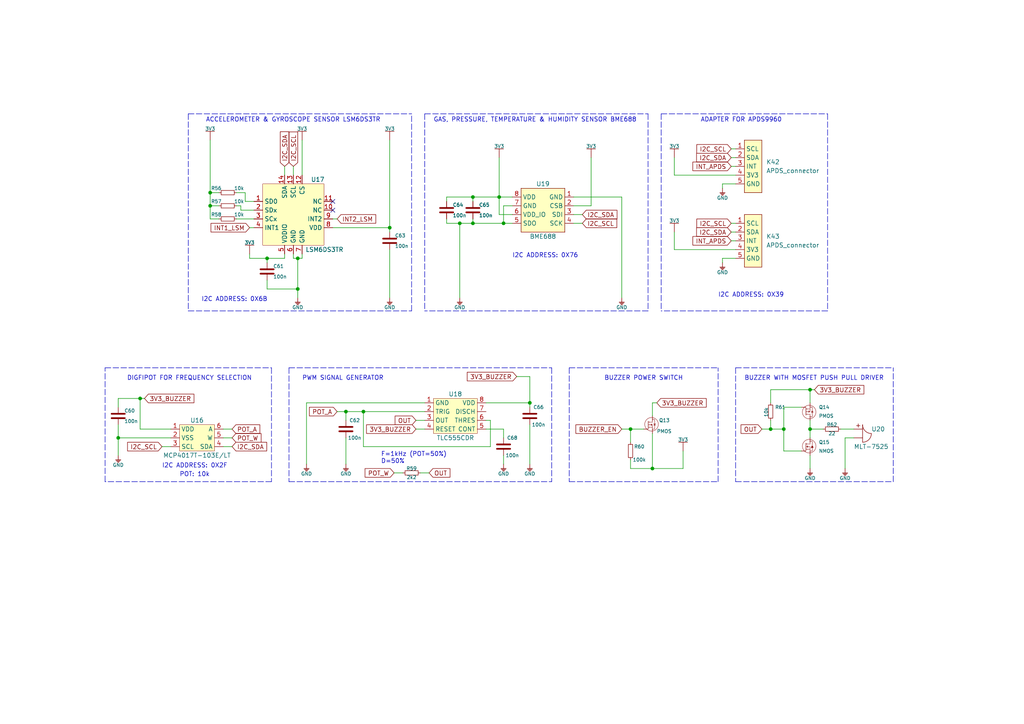
<source format=kicad_sch>
(kicad_sch (version 20211123) (generator eeschema)
  (paper "A4")
  (title_block (title "Soldered Inkplate 4 TEMPERA with glass panel") (date "2023-11-13") (rev "V1.2.0.") (company "SOLDERED") (comment 1 "333308"))
  (lib_symbols
    (symbol "e-radionica.com schematics:0603C" (pin_numbers hide) (pin_names (offset 0.002))
      (property "Reference" "C" (at 0 3.81 0))
      (property "Value" "0603C" (at 0 -3.175 0))
      (symbol "0603C_0_1"
        (polyline (pts (xy -0.635 1.905) (xy -0.635 -1.905)) (stroke (width 0.5)))
        (polyline (pts (xy 0.635 1.905) (xy 0.635 -1.905)) (stroke (width 0.5)))
      )
      (symbol "0603C_1_1"
        (pin passive line (at -2.54 0 0) (length 1.9) (name "~") (number "1"))
        (pin passive line (at 2.54 0 180) (length 1.9) (name "~") (number "2"))
      )
    )
    (symbol "e-radionica.com schematics:0603R" (pin_numbers hide) (pin_names (offset 0.254))
      (property "Reference" "R" (at 0 1.27 0))
      (property "Value" "0603R" (at 0 -1.905 0))
      (symbol "0603R_0_1"
        (rectangle (start -1.905 0.635) (end 1.905 -0.635) (stroke (width 0.15)))
      )
      (symbol "0603R_1_1"
        (pin passive line (at -2.54 0 0) (length 0.63) (name "~") (number "1"))
        (pin passive line (at 2.54 0 180) (length 0.63) (name "~") (number "2"))
      )
    )
    (symbol "e-radionica.com schematics:3V3" (power) (pin_names (offset 0))
      (property "Value" "3V3" (at 0 3.556 0))
      (symbol "3V3_0_1"
        (polyline (pts (xy -1.27 2.54) (xy 1.27 2.54)) (stroke (width 0.16)))
        (polyline (pts (xy 0 0) (xy 0 2.54)))
      )
      (symbol "3V3_1_1"
        (pin power_in line (at 0 0 90) (length 0) hide (name "3V3") (number "1"))
      )
    )
    (symbol "e-radionica.com schematics:APDS_connector"
      (property "Reference" "K" (at 0 -8.89 0))
      (property "Value" "APDS_connector" (at 0 8.89 0))
      (symbol "APDS_connector_0_1"
        (rectangle (start -2.54 7.62) (end 2.54 -7.62) (fill (type background)))
      )
      (symbol "APDS_connector_1_1"
        (pin input line (at -5.08 5.08 0) (length 2.54) (name "SCL") (number "1"))
        (pin input line (at -5.08 2.54 0) (length 2.54) (name "SDA") (number "2"))
        (pin input line (at -5.08 0 0) (length 2.54) (name "INT") (number "3"))
        (pin input line (at -5.08 -2.54 0) (length 2.54) (name "3V3") (number "4"))
        (pin input line (at -5.08 -5.08 0) (length 2.54) (name "GND") (number "5"))
      )
    )
    (symbol "e-radionica.com schematics:BME688"
      (property "Reference" "U" (at 0 6.35 0))
      (property "Value" "BME688" (at 0 -8.89 0))
      (symbol "BME688_0_1"
        (rectangle (start -6.35 5.08) (end 6.35 -7.62) (fill (type background)))
        (rectangle (start 6.35 -7.62) (end 6.35 -7.62))
      )
      (symbol "BME688_1_1"
        (pin passive line (at 8.89 2.54 180) (length 2.54) (name "GND") (number "1"))
        (pin passive line (at 8.89 0 180) (length 2.54) (name "CSB") (number "2"))
        (pin passive line (at 8.89 -2.54 180) (length 2.54) (name "SDI") (number "3"))
        (pin passive line (at 8.89 -5.08 180) (length 2.54) (name "SCK") (number "4"))
        (pin passive line (at -8.89 -5.08 0) (length 2.54) (name "SDO") (number "5"))
        (pin passive line (at -8.89 -2.54 0) (length 2.54) (name "VDD_IO") (number "6"))
        (pin passive line (at -8.89 0 0) (length 2.54) (name "GND") (number "7"))
        (pin passive line (at -8.89 2.54 0) (length 2.54) (name "VDD") (number "8"))
      )
    )
    (symbol "e-radionica.com schematics:GND" (power) (pin_names (offset 0))
      (property "Value" "GND" (at 0 -2.921 0))
      (symbol "GND_0_1"
        (polyline (pts (xy -0.762 -1.27) (xy 0.762 -1.27)) (stroke (width 0.16)))
        (polyline (pts (xy -0.635 -1.524) (xy 0.635 -1.524)) (stroke (width 0.16)))
        (polyline (pts (xy -0.381 -1.778) (xy 0.381 -1.778)) (stroke (width 0.16)))
        (polyline (pts (xy -0.127 -2.032) (xy 0.127 -2.032)) (stroke (width 0.16)))
        (polyline (pts (xy 0 0) (xy 0 -1.27)) (stroke (width 0.16)))
      )
      (symbol "GND_1_1"
        (pin power_in line (at 0 0 270) (length 0) hide (name "GND") (number "1"))
      )
    )
    (symbol "e-radionica.com schematics:LSM6DSO32TR"
      (property "Reference" "U" (at 0 0 0))
      (property "Value" "LSM6DSO32TR" (at 0 -16.51 0))
      (symbol "LSM6DSO32TR_0_1"
        (rectangle (start -8.89 8.89) (end 8.89 -8.89) (stroke (width 0.1)) (fill (type background)))
      )
      (symbol "LSM6DSO32TR_1_1"
        (pin input line (at -11.43 3.81 0) (length 2.54) (name "SD0") (number "1"))
        (pin input line (at 11.43 1.27 180) (length 2.54) (name "NC") (number "10"))
        (pin input line (at 11.43 3.81 180) (length 2.54) (name "NC") (number "11"))
        (pin input line (at 2.54 11.43 270) (length 2.54) (name "CS") (number "12"))
        (pin input line (at 0 11.43 270) (length 2.54) (name "SCL") (number "13"))
        (pin input line (at -2.54 11.43 270) (length 2.54) (name "SDA") (number "14"))
        (pin input line (at -11.43 1.27 0) (length 2.54) (name "SDx") (number "2"))
        (pin input line (at -11.43 -1.27 0) (length 2.54) (name "SCx") (number "3"))
        (pin input line (at -11.43 -3.81 0) (length 2.54) (name "INT1") (number "4"))
        (pin input line (at -2.54 -11.43 90) (length 2.54) (name "VDDIO") (number "5"))
        (pin input line (at 0 -11.43 90) (length 2.54) (name "GND") (number "6"))
        (pin input line (at 2.54 -11.43 90) (length 2.54) (name "GND") (number "7"))
        (pin input line (at 11.43 -3.81 180) (length 2.54) (name "VDD") (number "8"))
        (pin input line (at 11.43 -1.27 180) (length 2.54) (name "INT2") (number "9"))
      )
    )
    (symbol "e-radionica.com schematics:MCP4018"
      (property "Reference" "U" (at 0 5.08 0))
      (property "Value" "MCP4018" (at 0 -5.08 0))
      (symbol "MCP4018_0_1"
        (rectangle (start -5.08 3.81) (end 5.08 -3.81) (stroke (width 0.1)) (fill (type background)))
      )
      (symbol "MCP4018_1_1"
        (pin power_in line (at -7.62 2.54 0) (length 2.54) (name "VDD") (number "1"))
        (pin power_in line (at -7.62 0 0) (length 2.54) (name "VSS") (number "2"))
        (pin bidirectional line (at -7.62 -2.54 0) (length 2.54) (name "SCL") (number "3"))
        (pin bidirectional line (at 7.62 -2.54 180) (length 2.54) (name "SDA") (number "4"))
        (pin bidirectional line (at 7.62 0 180) (length 2.54) (name "W") (number "5"))
        (pin bidirectional line (at 7.62 2.54 180) (length 2.54) (name "A") (number "6"))
      )
    )
    (symbol "e-radionica.com schematics:MLT-7525" (pin_numbers hide) (pin_names hide)
      (property "Reference" "U" (at 0 3.81 0))
      (property "Value" "MLT-7525" (at 0 -3.81 0))
      (symbol "MLT-7525_0_1"
        (arc (start 0 -2.54) (mid 1.7961 -1.7961) (end 2.54 0))
        (polyline (pts (xy -1.27 2.794) (xy -1.27 1.778)))
        (polyline (pts (xy -0.762 2.286) (xy -1.778 2.286)))
        (polyline (pts (xy 0 -2.54) (xy 0 2.54)))
        (arc (start 0 2.54) (mid -1.7809 -1.7809) (end 2.54 0))
      )
      (symbol "MLT-7525_1_1"
        (pin passive line (at -2.54 1.27 0) (length 2.54) (name "1") (number "1"))
        (pin passive line (at -2.54 -1.27 0) (length 2.54) (name "2") (number "2"))
      )
    )
    (symbol "e-radionica.com schematics:NMOS-SOT-23-3" (pin_numbers hide) (pin_names hide)
      (property "Reference" "Q" (at -1.143 2.921 0))
      (property "Value" "NMOS-SOT-23-3" (at 1.524 -3.937 0))
      (symbol "NMOS-SOT-23-3_0_1"
        (polyline (pts (xy 0 -1.27) (xy 0 1.016)) (stroke (width 0.1)))
        (polyline (pts (xy 0.254 -1.016) (xy 0.254 -0.508)) (stroke (width 0.1)))
        (polyline (pts (xy 0.254 -0.762) (xy 1.27 -0.762)) (stroke (width 0.1)))
        (polyline (pts (xy 0.254 -0.254) (xy 0.254 0.254)) (stroke (width 0.1)))
        (polyline (pts (xy 0.254 0.762) (xy 1.27 0.762)) (stroke (width 0.1)))
        (polyline (pts (xy 0.254 1.016) (xy 0.254 0.508)) (stroke (width 0.1)))
        (polyline (pts (xy 1.27 -1.27) (xy 1.27 -0.762)) (stroke (width 0.1)))
        (polyline (pts (xy 1.27 0.762) (xy 1.27 1.27)) (stroke (width 0.1)))
        (polyline (pts (xy 1.651 -0.254) (xy 1.905 0.127)) (stroke (width 0.2)))
        (polyline (pts (xy 1.651 0.127) (xy 2.159 0.127)) (stroke (width 0.0006)))
        (polyline (pts (xy 0.254 0) (xy 1.27 0) (xy 1.27 -0.762)) (stroke (width 0.1)))
        (polyline (pts (xy 1.651 -0.254) (xy 2.159 -0.254) (xy 1.905 0.127)) (stroke (width 0.2)))
        (polyline (pts (xy 0.381 0) (xy 0.635 0.254) (xy 0.635 -0.254) (xy 0.381 0)) (stroke (width 0.1)))
        (polyline (pts (xy 1.27 -1.27) (xy 1.905 -1.27) (xy 1.905 1.524) (xy 1.27 1.524)) (stroke (width 0.1)))
        (circle (center 1.016 0.127) (radius 1.9716) (stroke (width 0.1)))
      )
      (symbol "NMOS-SOT-23-3_1_1"
        (pin passive line (at -1.27 -1.27 0) (length 1.27) (name "G") (number "1"))
        (pin passive line (at 1.27 -2.54 90) (length 1.27) (name "S") (number "2"))
        (pin passive line (at 1.27 2.54 270) (length 1.27) (name "D") (number "3"))
      )
    )
    (symbol "e-radionica.com schematics:PMOS-SOT-23-3" (pin_numbers hide) (pin_names hide)
      (property "Reference" "Q" (at -1.27 2.54 0))
      (property "Value" "PMOS-SOT-23-3" (at 0.381 -4.064 0))
      (symbol "PMOS-SOT-23-3_0_1"
        (polyline (pts (xy 0 -1.27) (xy 0 1.016)) (stroke (width 0.1)))
        (polyline (pts (xy 0.254 -1.016) (xy 0.254 -0.508)) (stroke (width 0.1)))
        (polyline (pts (xy 0.254 -0.762) (xy 1.27 -0.762)) (stroke (width 0.1)))
        (polyline (pts (xy 0.254 -0.254) (xy 0.254 0.254)) (stroke (width 0.1)))
        (polyline (pts (xy 0.254 0.762) (xy 1.27 0.762)) (stroke (width 0.1)))
        (polyline (pts (xy 0.254 1.016) (xy 0.254 0.508)) (stroke (width 0.1)))
        (polyline (pts (xy 1.27 -1.27) (xy 1.27 -0.762)) (stroke (width 0.1)))
        (polyline (pts (xy 1.27 0.762) (xy 1.27 1.27)) (stroke (width 0.1)))
        (polyline (pts (xy 2.159 -0.127) (xy 1.651 -0.127)) (stroke (width 0.1)))
        (polyline (pts (xy 2.159 0.254) (xy 1.905 -0.127)) (stroke (width 0.1)))
        (polyline (pts (xy 0.254 0) (xy 1.27 0) (xy 1.27 -0.762)) (stroke (width 0.1)))
        (polyline (pts (xy 2.159 0.254) (xy 1.651 0.254) (xy 1.905 -0.127)) (stroke (width 0.1)))
        (polyline (pts (xy 1.143 0) (xy 0.889 -0.254) (xy 0.889 0.254) (xy 1.143 0)) (stroke (width 0.1)))
        (polyline (pts (xy 1.27 -1.27) (xy 1.905 -1.27) (xy 1.905 1.524) (xy 1.27 1.524)) (stroke (width 0.1)))
        (circle (center 1.016 0.127) (radius 1.9716) (stroke (width 0.1)))
      )
      (symbol "PMOS-SOT-23-3_1_1"
        (pin passive line (at -1.27 -1.27 0) (length 1.27) (name "G") (number "1"))
        (pin passive line (at 1.27 -2.54 90) (length 1.27) (name "S") (number "2"))
        (pin passive line (at 1.27 2.54 270) (length 1.27) (name "D") (number "3"))
      )
    )
    (symbol "e-radionica.com schematics:TLC555"
      (property "Reference" "U" (at 0 6.35 0))
      (property "Value" "TLC555" (at 0 -6.35 0))
      (symbol "TLC555_0_1"
        (rectangle (start -6.35 5.08) (end 6.35 -5.08) (stroke (width 0.1)) (fill (type background)))
      )
      (symbol "TLC555_1_1"
        (pin input line (at -8.89 3.81 0) (length 2.54) (name "GND") (number "1"))
        (pin input line (at -8.89 1.27 0) (length 2.54) (name "TRIG") (number "2"))
        (pin input line (at -8.89 -1.27 0) (length 2.54) (name "OUT") (number "3"))
        (pin input line (at -8.89 -3.81 0) (length 2.54) (name "RESET") (number "4"))
        (pin input line (at 8.89 -3.81 180) (length 2.54) (name "CONT") (number "5"))
        (pin input line (at 8.89 -1.27 180) (length 2.54) (name "THRES") (number "6"))
        (pin input line (at 8.89 1.27 180) (length 2.54) (name "DISCH") (number "7"))
        (pin input line (at 8.89 3.81 180) (length 2.54) (name "VDD") (number "8"))
      )
    )
  )
  (junction (at 137.16 64.77))
  (junction (at 182.88 124.46))
  (junction (at 113.03 66.04))
  (junction (at 86.36 74.93))
  (junction (at 34.29 127))
  (junction (at 105.41 119.38))
  (junction (at 144.78 57.15))
  (junction (at 77.47 74.93))
  (junction (at 227.33 124.46))
  (junction (at 60.96 59.69))
  (junction (at 234.95 113.03))
  (junction (at 86.36 83.82))
  (junction (at 60.96 55.88))
  (junction (at 40.64 115.57))
  (junction (at 100.33 119.38))
  (junction (at 133.35 64.77))
  (junction (at 137.16 57.15))
  (junction (at 146.05 64.77))
  (junction (at 153.67 116.84))
  (junction (at 234.95 124.46))
  (junction (at 223.52 124.46))
  (junction (at 189.23 135.89))
  (no_connect (at 96.52 60.96))
  (no_connect (at 96.52 58.42))
  (polyline (pts (xy 78.74 139.7) (xy 30.48 139.7)))
  (wire (pts (xy 144.78 57.15) (xy 148.59 57.15)))
  (wire (pts (xy 72.39 74.93) (xy 77.47 74.93)))
  (wire (pts (xy 86.36 83.82) (xy 86.36 74.93)))
  (wire (pts (xy 232.41 118.11) (xy 227.33 118.11)))
  (wire (pts (xy 97.79 63.5) (xy 96.52 63.5)))
  (wire (pts (xy 149.86 109.22) (xy 153.67 109.22)))
  (wire (pts (xy 60.96 59.69) (xy 63.5 59.69)))
  (wire (pts (xy 146.05 127) (xy 146.05 124.46)))
  (wire (pts (xy 243.84 124.46) (xy 247.65 124.46)))
  (wire (pts (xy 234.95 132.08) (xy 234.95 135.89)))
  (wire (pts (xy 146.05 64.77) (xy 137.16 64.77)))
  (polyline (pts (xy 78.74 106.68) (xy 78.74 139.7)))
  (wire (pts (xy 137.16 63.5) (xy 137.16 64.77)))
  (wire (pts (xy 195.58 45.72) (xy 195.58 50.8)))
  (wire (pts (xy 85.09 73.66) (xy 85.09 74.93)))
  (wire (pts (xy 97.79 119.38) (xy 100.33 119.38)))
  (wire (pts (xy 82.55 48.26) (xy 82.55 50.8)))
  (polyline (pts (xy 191.77 33.02) (xy 240.03 33.02)))
  (wire (pts (xy 60.96 59.69) (xy 60.96 63.5)))
  (wire (pts (xy 189.23 125.73) (xy 189.23 135.89)))
  (wire (pts (xy 120.65 124.46) (xy 123.19 124.46)))
  (wire (pts (xy 227.33 118.11) (xy 227.33 124.46)))
  (wire (pts (xy 129.54 63.5) (xy 129.54 64.77)))
  (wire (pts (xy 100.33 119.38) (xy 105.41 119.38)))
  (wire (pts (xy 195.58 50.8) (xy 213.36 50.8)))
  (wire (pts (xy 234.95 124.46) (xy 238.76 124.46)))
  (polyline (pts (xy 83.82 106.68) (xy 160.02 106.68)))
  (polyline (pts (xy 123.19 33.02) (xy 123.19 90.17)))
  (wire (pts (xy 142.24 129.54) (xy 105.41 129.54)))
  (wire (pts (xy 180.34 57.15) (xy 180.34 86.36)))
  (wire (pts (xy 71.12 58.42) (xy 73.66 58.42)))
  (wire (pts (xy 34.29 127) (xy 49.53 127)))
  (wire (pts (xy 137.16 64.77) (xy 133.35 64.77)))
  (wire (pts (xy 198.12 135.89) (xy 198.12 130.81)))
  (wire (pts (xy 85.09 48.26) (xy 85.09 50.8)))
  (wire (pts (xy 140.97 121.92) (xy 142.24 121.92)))
  (polyline (pts (xy 240.03 33.02) (xy 240.03 90.17)))
  (polyline (pts (xy 83.82 106.68) (xy 83.82 139.7)))
  (wire (pts (xy 195.58 67.31) (xy 195.58 72.39)))
  (wire (pts (xy 113.03 67.31) (xy 113.03 66.04)))
  (wire (pts (xy 212.09 45.72) (xy 213.36 45.72)))
  (wire (pts (xy 227.33 124.46) (xy 227.33 130.81)))
  (wire (pts (xy 86.36 74.93) (xy 87.63 74.93)))
  (wire (pts (xy 144.78 57.15) (xy 144.78 45.72)))
  (wire (pts (xy 148.59 62.23) (xy 144.78 62.23)))
  (wire (pts (xy 64.77 124.46) (xy 67.31 124.46)))
  (wire (pts (xy 129.54 64.77) (xy 133.35 64.77)))
  (wire (pts (xy 182.88 124.46) (xy 186.69 124.46)))
  (wire (pts (xy 209.55 53.34) (xy 213.36 53.34)))
  (wire (pts (xy 64.77 129.54) (xy 67.31 129.54)))
  (wire (pts (xy 113.03 72.39) (xy 113.03 86.36)))
  (wire (pts (xy 234.95 121.92) (xy 234.95 124.46)))
  (wire (pts (xy 234.95 124.46) (xy 234.95 127)))
  (polyline (pts (xy 187.96 90.17) (xy 123.19 90.17)))
  (wire (pts (xy 69.85 60.96) (xy 69.85 59.69)))
  (wire (pts (xy 212.09 64.77) (xy 213.36 64.77)))
  (polyline (pts (xy 165.1 106.68) (xy 165.1 139.7)))
  (wire (pts (xy 114.3 137.16) (xy 116.84 137.16)))
  (polyline (pts (xy 54.61 33.02) (xy 54.61 90.17)))
  (wire (pts (xy 247.65 127) (xy 245.11 127)))
  (wire (pts (xy 144.78 62.23) (xy 144.78 57.15)))
  (wire (pts (xy 234.95 113.03) (xy 234.95 116.84)))
  (wire (pts (xy 182.88 133.35) (xy 182.88 135.89)))
  (polyline (pts (xy 213.36 106.68) (xy 259.08 106.68)))
  (polyline (pts (xy 83.82 139.7) (xy 160.02 139.7)))
  (wire (pts (xy 142.24 121.92) (xy 142.24 129.54)))
  (wire (pts (xy 137.16 57.15) (xy 144.78 57.15)))
  (wire (pts (xy 60.96 55.88) (xy 60.96 59.69)))
  (wire (pts (xy 148.59 64.77) (xy 146.05 64.77)))
  (wire (pts (xy 96.52 66.04) (xy 113.03 66.04)))
  (wire (pts (xy 85.09 74.93) (xy 86.36 74.93)))
  (polyline (pts (xy 30.48 106.68) (xy 78.74 106.68)))
  (wire (pts (xy 72.39 66.04) (xy 73.66 66.04)))
  (wire (pts (xy 121.92 137.16) (xy 124.46 137.16)))
  (wire (pts (xy 82.55 74.93) (xy 82.55 73.66)))
  (polyline (pts (xy 160.02 106.68) (xy 160.02 139.7)))
  (wire (pts (xy 71.12 55.88) (xy 68.58 55.88)))
  (polyline (pts (xy 123.19 33.02) (xy 187.96 33.02)))
  (polyline (pts (xy 165.1 106.68) (xy 208.28 106.68)))
  (wire (pts (xy 100.33 121.92) (xy 100.33 119.38)))
  (wire (pts (xy 182.88 124.46) (xy 182.88 128.27)))
  (wire (pts (xy 113.03 40.64) (xy 113.03 66.04)))
  (wire (pts (xy 153.67 118.11) (xy 153.67 116.84)))
  (wire (pts (xy 189.23 120.65) (xy 189.23 116.84)))
  (wire (pts (xy 212.09 69.85) (xy 213.36 69.85)))
  (wire (pts (xy 223.52 121.92) (xy 223.52 124.46)))
  (wire (pts (xy 77.47 81.28) (xy 77.47 83.82)))
  (wire (pts (xy 88.9 116.84) (xy 88.9 134.62)))
  (wire (pts (xy 223.52 113.03) (xy 234.95 113.03)))
  (polyline (pts (xy 30.48 139.7) (xy 30.48 106.68)))
  (wire (pts (xy 40.64 124.46) (xy 49.53 124.46)))
  (wire (pts (xy 100.33 127) (xy 100.33 134.62)))
  (wire (pts (xy 166.37 62.23) (xy 168.91 62.23)))
  (wire (pts (xy 209.55 54.61) (xy 209.55 53.34)))
  (wire (pts (xy 223.52 124.46) (xy 227.33 124.46)))
  (wire (pts (xy 64.77 127) (xy 67.31 127)))
  (wire (pts (xy 77.47 83.82) (xy 86.36 83.82)))
  (wire (pts (xy 189.23 135.89) (xy 198.12 135.89)))
  (wire (pts (xy 195.58 72.39) (xy 213.36 72.39)))
  (wire (pts (xy 129.54 58.42) (xy 129.54 57.15)))
  (wire (pts (xy 223.52 116.84) (xy 223.52 113.03)))
  (polyline (pts (xy 259.08 139.7) (xy 259.08 106.68)))
  (wire (pts (xy 166.37 57.15) (xy 180.34 57.15)))
  (wire (pts (xy 146.05 132.08) (xy 146.05 134.62)))
  (wire (pts (xy 105.41 119.38) (xy 123.19 119.38)))
  (polyline (pts (xy 187.96 33.02) (xy 187.96 90.17)))
  (wire (pts (xy 68.58 63.5) (xy 73.66 63.5)))
  (wire (pts (xy 34.29 115.57) (xy 40.64 115.57)))
  (polyline (pts (xy 191.77 33.02) (xy 191.77 90.17)))
  (wire (pts (xy 245.11 127) (xy 245.11 135.89)))
  (wire (pts (xy 87.63 40.64) (xy 87.63 50.8)))
  (wire (pts (xy 209.55 76.2) (xy 209.55 74.93)))
  (wire (pts (xy 86.36 86.36) (xy 86.36 83.82)))
  (wire (pts (xy 182.88 135.89) (xy 189.23 135.89)))
  (wire (pts (xy 171.45 59.69) (xy 171.45 45.72)))
  (polyline (pts (xy 54.61 90.17) (xy 119.38 90.17)))
  (wire (pts (xy 166.37 64.77) (xy 168.91 64.77)))
  (wire (pts (xy 137.16 58.42) (xy 137.16 57.15)))
  (wire (pts (xy 69.85 59.69) (xy 68.58 59.69)))
  (wire (pts (xy 77.47 74.93) (xy 77.47 76.2)))
  (wire (pts (xy 146.05 59.69) (xy 146.05 64.77)))
  (wire (pts (xy 88.9 116.84) (xy 123.19 116.84)))
  (polyline (pts (xy 54.61 33.02) (xy 119.38 33.02)))
  (wire (pts (xy 227.33 130.81) (xy 232.41 130.81)))
  (polyline (pts (xy 240.03 90.17) (xy 191.77 90.17)))
  (wire (pts (xy 34.29 115.57) (xy 34.29 118.11)))
  (wire (pts (xy 71.12 58.42) (xy 71.12 55.88)))
  (polyline (pts (xy 208.28 139.7) (xy 208.28 106.68)))
  (wire (pts (xy 180.34 124.46) (xy 182.88 124.46)))
  (wire (pts (xy 212.09 48.26) (xy 213.36 48.26)))
  (wire (pts (xy 77.47 74.93) (xy 82.55 74.93)))
  (wire (pts (xy 212.09 67.31) (xy 213.36 67.31)))
  (wire (pts (xy 60.96 55.88) (xy 63.5 55.88)))
  (wire (pts (xy 220.98 124.46) (xy 223.52 124.46)))
  (wire (pts (xy 209.55 74.93) (xy 213.36 74.93)))
  (wire (pts (xy 212.09 43.18) (xy 213.36 43.18)))
  (wire (pts (xy 46.99 129.54) (xy 49.53 129.54)))
  (wire (pts (xy 72.39 73.66) (xy 72.39 74.93)))
  (wire (pts (xy 87.63 74.93) (xy 87.63 73.66)))
  (wire (pts (xy 166.37 59.69) (xy 171.45 59.69)))
  (wire (pts (xy 63.5 63.5) (xy 60.96 63.5)))
  (wire (pts (xy 236.22 113.03) (xy 234.95 113.03)))
  (wire (pts (xy 133.35 64.77) (xy 133.35 86.36)))
  (wire (pts (xy 189.23 116.84) (xy 190.5 116.84)))
  (wire (pts (xy 41.91 115.57) (xy 40.64 115.57)))
  (wire (pts (xy 34.29 127) (xy 34.29 132.08)))
  (wire (pts (xy 146.05 124.46) (xy 140.97 124.46)))
  (polyline (pts (xy 119.38 90.17) (xy 119.38 33.02)))
  (wire (pts (xy 148.59 59.69) (xy 146.05 59.69)))
  (wire (pts (xy 140.97 116.84) (xy 153.67 116.84)))
  (wire (pts (xy 105.41 129.54) (xy 105.41 119.38)))
  (polyline (pts (xy 213.36 106.68) (xy 213.36 139.7)))
  (wire (pts (xy 153.67 123.19) (xy 153.67 134.62)))
  (wire (pts (xy 153.67 109.22) (xy 153.67 116.84)))
  (polyline (pts (xy 213.36 139.7) (xy 259.08 139.7)))
  (wire (pts (xy 129.54 57.15) (xy 137.16 57.15)))
  (wire (pts (xy 40.64 115.57) (xy 40.64 124.46)))
  (wire (pts (xy 69.85 60.96) (xy 73.66 60.96)))
  (wire (pts (xy 120.65 121.92) (xy 123.19 121.92)))
  (polyline (pts (xy 165.1 139.7) (xy 208.28 139.7)))
  (wire (pts (xy 34.29 123.19) (xy 34.29 127)))
  (wire (pts (xy 60.96 40.64) (xy 60.96 55.88)))
  (text "BUZZER POWER SWITCH" (at 175.26 110.49 0) (effects (font (size 1.27 1.27)) (justify left bottom)))
  (text "PWM SIGNAL GENERATOR" (at 87.63 110.49 0) (effects (font (size 1.27 1.27)) (justify left bottom)))
  (text "GAS, PRESSURE, TEMPERATURE & HUMIDITY SENSOR BME688\n" (at 125.73 35.56 0) (effects (font (size 1.27 1.27)) (justify left bottom)))
  (text "BUZZER WITH MOSFET PUSH PULL DRIVER" (at 215.9 110.49 0) (effects (font (size 1.27 1.27)) (justify left bottom)))
  (text "I2C ADDRESS: 0X76" (at 148.59 74.93 0) (effects (font (size 1.27 1.27)) (justify left bottom)))
  (text "POT: 10k" (at 52.07 138.43 0) (effects (font (size 1.27 1.27)) (justify left bottom)))
  (text "ACCELEROMETER & GYROSCOPE SENSOR LSM6DS3TR" (at 59.69 35.56 0) (effects (font (size 1.27 1.27)) (justify left bottom)))
  (text "I2C ADDRESS: 0X2F" (at 46.99 135.89 0) (effects (font (size 1.27 1.27)) (justify left bottom)))
  (text "I2C ADDRESS: 0X6B" (at 58.42 87.63 0) (effects (font (size 1.27 1.27)) (justify left bottom)))
  (text "I2C ADDRESS: 0X39\n" (at 208.28 86.36 0) (effects (font (size 1.27 1.27)) (justify left bottom)))
  (text "F=1kHz (POT=50%)\nD=50%" (at 110.49 134.62 0) (effects (font (size 1.27 1.27)) (justify left bottom)))
  (text "ADAPTER FOR APDS9960" (at 203.2 35.56 0) (effects (font (size 1.27 1.27)) (justify left bottom)))
  (text "DIGFIPOT FOR FREQUENCY SELECTION" (at 36.83 110.49 0) (effects (font (size 1.27 1.27)) (justify left bottom)))
  (global_label "I2C_SDA" (shape input) (at 212.09 67.31 180) (property "Intersheet References" "${INTERSHEET_REFS}" (effects hide)))
  (global_label "POT_W" (shape input) (at 67.31 127 0) (property "Intersheet References" "${INTERSHEET_REFS}" (effects hide)))
  (global_label "I2C_SDA" (shape input) (at 67.31 129.54 0) (property "Intersheet References" "${INTERSHEET_REFS}" (effects hide)))
  (global_label "3V3_BUZZER" (shape input) (at 149.86 109.22 180) (property "Intersheet References" "${INTERSHEET_REFS}" (effects hide)))
  (global_label "I2C_SDA" (shape input) (at 168.91 62.23 0) (property "Intersheet References" "${INTERSHEET_REFS}" (effects hide)))
  (global_label "BUZZER_EN" (shape input) (at 180.34 124.46 180) (property "Intersheet References" "${INTERSHEET_REFS}" (effects hide)))
  (global_label "I2C_SDA" (shape input) (at 82.55 48.26 90) (property "Intersheet References" "${INTERSHEET_REFS}" (effects hide)))
  (global_label "I2C_SCL" (shape input) (at 85.09 48.26 90) (property "Intersheet References" "${INTERSHEET_REFS}" (effects hide)))
  (global_label "3V3_BUZZER" (shape input) (at 41.91 115.57 0) (property "Intersheet References" "${INTERSHEET_REFS}" (effects hide)))
  (global_label "POT_W" (shape input) (at 114.3 137.16 180) (property "Intersheet References" "${INTERSHEET_REFS}" (effects hide)))
  (global_label "INT_APDS" (shape input) (at 212.09 48.26 180) (property "Intersheet References" "${INTERSHEET_REFS}" (effects hide)))
  (global_label "3V3_BUZZER" (shape input) (at 190.5 116.84 0) (property "Intersheet References" "${INTERSHEET_REFS}" (effects hide)))
  (global_label "I2C_SCL" (shape input) (at 212.09 43.18 180) (property "Intersheet References" "${INTERSHEET_REFS}" (effects hide)))
  (global_label "I2C_SDA" (shape input) (at 212.09 45.72 180) (property "Intersheet References" "${INTERSHEET_REFS}" (effects hide)))
  (global_label "INT_APDS" (shape input) (at 212.09 69.85 180) (property "Intersheet References" "${INTERSHEET_REFS}" (effects hide)))
  (global_label "POT_A" (shape input) (at 67.31 124.46 0) (property "Intersheet References" "${INTERSHEET_REFS}" (effects hide)))
  (global_label "OUT" (shape input) (at 220.98 124.46 180) (property "Intersheet References" "${INTERSHEET_REFS}" (effects hide)))
  (global_label "INT2_LSM" (shape input) (at 97.79 63.5 0) (property "Intersheet References" "${INTERSHEET_REFS}" (effects hide)))
  (global_label "3V3_BUZZER" (shape input) (at 120.65 124.46 180) (property "Intersheet References" "${INTERSHEET_REFS}" (effects hide)))
  (global_label "3V3_BUZZER" (shape input) (at 236.22 113.03 0) (property "Intersheet References" "${INTERSHEET_REFS}" (effects hide)))
  (global_label "INT1_LSM" (shape input) (at 72.39 66.04 180) (property "Intersheet References" "${INTERSHEET_REFS}" (effects hide)))
  (global_label "OUT" (shape input) (at 124.46 137.16 0) (property "Intersheet References" "${INTERSHEET_REFS}" (effects hide)))
  (global_label "OUT" (shape input) (at 120.65 121.92 180) (property "Intersheet References" "${INTERSHEET_REFS}" (effects hide)))
  (global_label "I2C_SCL" (shape input) (at 212.09 64.77 180) (property "Intersheet References" "${INTERSHEET_REFS}" (effects hide)))
  (global_label "I2C_SCL" (shape input) (at 46.99 129.54 180) (property "Intersheet References" "${INTERSHEET_REFS}" (effects hide)))
  (global_label "I2C_SCL" (shape input) (at 168.91 64.77 0) (property "Intersheet References" "${INTERSHEET_REFS}" (effects hide)))
  (global_label "POT_A" (shape input) (at 97.79 119.38 180) (property "Intersheet References" "${INTERSHEET_REFS}" (effects hide)))
  (symbol (lib_id "e-radionica.com schematics:GND") (at 209.55 76.2 0) (unit 1)
    (property "Reference" "#PWR0176" (effects hide))
    (property "Value" "GND" (at 209.55 78.994 0) (effects (font (size 1 1))))
  )
  (symbol (lib_id "e-radionica.com schematics:GND") (at 86.36 86.36 0) (unit 1)
    (property "Reference" "#PWR0161" (effects hide))
    (property "Value" "GND" (at 86.36 89.154 0) (effects (font (size 1 1))))
  )
  (symbol (lib_id "e-radionica.com schematics:TLC555") (at 132.08 120.65 0) (unit 1)
    (property "Reference" "U18" (at 132.08 114.3 0))
    (property "Value" "TLC555CDR" (at 132.08 127 0))
    (property "Footprint" "e-radionica.com footprinti:SOIC−8" (effects hide))
  )
  (symbol (lib_id "e-radionica.com schematics:3V3") (at 171.45 45.72 0) (unit 1)
    (property "Reference" "#PWR0170" (effects hide))
    (property "Value" "3V3" (at 171.45 42.418 0) (effects (font (size 1 1))))
  )
  (symbol (lib_id "e-radionica.com schematics:NMOS-SOT-23-3") (at 233.68 129.54 0) (unit 1)
    (property "Reference" "Q15" (at 237.49 128.27 0) (effects (font (size 1 1)) (justify left)))
    (property "Value" "NMOS" (at 237.49 130.81 0) (effects (font (size 1 1)) (justify left)))
    (property "Footprint" "e-radionica.com footprinti:SOT-23-3" (effects hide))
  )
  (symbol (lib_id "e-radionica.com schematics:GND") (at 153.67 134.62 0) (unit 1)
    (property "Reference" "#PWR0169" (effects hide))
    (property "Value" "GND" (at 153.67 137.414 0) (effects (font (size 1 1))))
  )
  (symbol (lib_id "e-radionica.com schematics:MCP4018") (at 57.15 127 0) (unit 1)
    (property "Reference" "U16" (at 57.15 121.92 0))
    (property "Value" "MCP4017T-103E/LT" (at 57.15 132.08 0))
    (property "Footprint" "e-radionica.com footprinti:SC70-6" (effects hide))
  )
  (symbol (lib_id "e-radionica.com schematics:0603C") (at 34.29 120.65 90) (unit 1)
    (property "Reference" "C60" (at 36.068 119.126 90) (effects (font (size 1 1)) (justify right)))
    (property "Value" "100n" (at 36.068 122.174 90) (effects (font (size 1 1)) (justify right)))
    (property "Footprint" "e-radionica.com footprinti:0603C" (effects hide))
  )
  (symbol (lib_id "e-radionica.com schematics:MLT-7525") (at 250.19 125.73 0) (unit 1)
    (property "Reference" "U20" (at 252.73 124.46 0) (effects (justify left)))
    (property "Value" "MLT-7525" (at 247.65 129.54 0) (effects (justify left)))
    (property "Footprint" "e-radionica.com footprinti:MLT-7525" (effects hide))
  )
  (symbol (lib_id "e-radionica.com schematics:0603C") (at 129.54 60.96 90) (unit 1)
    (property "Reference" "C64" (at 131.318 59.436 90) (effects (font (size 1 1)) (justify right)))
    (property "Value" "100n" (at 131.318 62.484 90) (effects (font (size 1 1)) (justify right)))
    (property "Footprint" "e-radionica.com footprinti:0603C" (effects hide))
  )
  (symbol (lib_id "e-radionica.com schematics:GND") (at 245.11 135.89 0) (unit 1)
    (property "Reference" "#PWR0178" (effects hide))
    (property "Value" "GND" (at 245.11 138.684 0) (effects (font (size 1 1))))
  )
  (symbol (lib_id "e-radionica.com schematics:0603C") (at 137.16 60.96 90) (unit 1)
    (property "Reference" "C65" (at 138.938 59.436 90) (effects (font (size 1 1)) (justify right)))
    (property "Value" "100n" (at 138.938 62.484 90) (effects (font (size 1 1)) (justify right)))
    (property "Footprint" "e-radionica.com footprinti:0603C" (effects hide))
  )
  (symbol (lib_id "e-radionica.com schematics:3V3") (at 113.03 40.64 0) (unit 1)
    (property "Reference" "#PWR0165" (effects hide))
    (property "Value" "3V3" (at 113.03 37.338 0) (effects (font (size 1 1))))
  )
  (symbol (lib_id "e-radionica.com schematics:0603R") (at 119.38 137.16 0) (unit 1)
    (property "Reference" "R59" (at 119.38 135.89 0) (effects (font (size 1 1))))
    (property "Value" "2k2" (at 119.38 138.43 0) (effects (font (size 1 1))))
    (property "Footprint" "e-radionica.com footprinti:0603R" (effects hide))
  )
  (symbol (lib_id "e-radionica.com schematics:PMOS-SOT-23-3") (at 187.96 123.19 0) (unit 1)
    (property "Reference" "Q13" (at 191.135 121.92 0) (effects (font (size 1 1)) (justify left)))
    (property "Value" "PMOS" (at 190.5 125.095 0) (effects (font (size 1 1)) (justify left)))
    (property "Footprint" "e-radionica.com footprinti:SOT-23-3" (effects hide))
  )
  (symbol (lib_id "e-radionica.com schematics:0603C") (at 113.03 69.85 90) (unit 1)
    (property "Reference" "C63" (at 114.554 68.326 90) (effects (font (size 1 1)) (justify right)))
    (property "Value" "100n" (at 114.554 71.374 90) (effects (font (size 1 1)) (justify right)))
    (property "Footprint" "e-radionica.com footprinti:0603C" (effects hide))
  )
  (symbol (lib_id "e-radionica.com schematics:0603R") (at 66.04 59.69 0) (unit 1)
    (property "Reference" "R57" (at 62.738 58.42 0) (effects (font (size 1 1))))
    (property "Value" "10k" (at 69.342 58.42 0) (effects (font (size 1 1))))
    (property "Footprint" "e-radionica.com footprinti:0603R" (effects hide))
  )
  (symbol (lib_id "e-radionica.com schematics:GND") (at 34.29 132.08 0) (unit 1)
    (property "Reference" "#PWR0158" (effects hide))
    (property "Value" "GND" (at 34.29 134.874 0) (effects (font (size 1 1))))
  )
  (symbol (lib_id "e-radionica.com schematics:LSM6DSO32TR") (at 85.09 62.23 0) (unit 1)
    (property "Reference" "U17" (at 90.17 52.07 0) (effects (justify left)))
    (property "Value" " LSM6DS3TR" (at 87.63 72.39 0) (effects (justify left)))
    (property "Footprint" "e-radionica.com footprinti:LSM6DSO32TR" (effects hide))
  )
  (symbol (lib_id "e-radionica.com schematics:GND") (at 88.9 134.62 0) (unit 1)
    (property "Reference" "#PWR0163" (effects hide))
    (property "Value" "GND" (at 88.9 137.414 0) (effects (font (size 1 1))))
  )
  (symbol (lib_id "e-radionica.com schematics:GND") (at 113.03 86.36 0) (unit 1)
    (property "Reference" "#PWR0166" (effects hide))
    (property "Value" "GND" (at 113.03 89.154 0) (effects (font (size 1 1))))
  )
  (symbol (lib_id "e-radionica.com schematics:3V3") (at 195.58 45.72 0) (unit 1)
    (property "Reference" "#PWR0172" (effects hide))
    (property "Value" "3V3" (at 195.58 42.418 0) (effects (font (size 1 1))))
  )
  (symbol (lib_id "e-radionica.com schematics:3V3") (at 195.58 67.31 0) (unit 1)
    (property "Reference" "#PWR0173" (effects hide))
    (property "Value" "3V3" (at 195.58 64.008 0) (effects (font (size 1 1))))
  )
  (symbol (lib_id "e-radionica.com schematics:GND") (at 209.55 54.61 0) (unit 1)
    (property "Reference" "#PWR0175" (effects hide))
    (property "Value" "GND" (at 209.55 57.404 0) (effects (font (size 1 1))))
  )
  (symbol (lib_id "e-radionica.com schematics:3V3") (at 72.39 73.66 0) (unit 1)
    (property "Reference" "#PWR0160" (effects hide))
    (property "Value" "3V3" (at 72.39 70.358 0) (effects (font (size 1 1))))
  )
  (symbol (lib_id "e-radionica.com schematics:0603R") (at 66.04 55.88 0) (unit 1)
    (property "Reference" "R56" (at 62.738 54.61 0) (effects (font (size 1 1))))
    (property "Value" "10k" (at 69.342 54.61 0) (effects (font (size 1 1))))
    (property "Footprint" "e-radionica.com footprinti:0603R" (effects hide))
  )
  (symbol (lib_id "e-radionica.com schematics:GND") (at 146.05 134.62 0) (unit 1)
    (property "Reference" "#PWR0182" (effects hide))
    (property "Value" "GND" (at 146.05 137.414 0) (effects (font (size 1 1))))
  )
  (symbol (lib_id "e-radionica.com schematics:GND") (at 100.33 134.62 0) (unit 1)
    (property "Reference" "#PWR0164" (effects hide))
    (property "Value" "GND" (at 100.33 137.414 0) (effects (font (size 1 1))))
  )
  (symbol (lib_id "e-radionica.com schematics:0603R") (at 182.88 130.81 90) (unit 1)
    (property "Reference" "R60" (at 185.42 129.54 90) (effects (font (size 1 1))))
    (property "Value" "100k" (at 185.42 133.35 90) (effects (font (size 1 1))))
    (property "Footprint" "e-radionica.com footprinti:0603R" (effects hide))
  )
  (symbol (lib_id "e-radionica.com schematics:PMOS-SOT-23-3") (at 233.68 119.38 0) (mirror x) (unit 1)
    (property "Reference" "Q14" (at 237.49 118.11 0) (effects (font (size 1 1)) (justify left)))
    (property "Value" "PMOS" (at 237.49 120.65 0) (effects (font (size 1 1)) (justify left)))
    (property "Footprint" "e-radionica.com footprinti:SOT-23-3" (effects hide))
  )
  (symbol (lib_id "e-radionica.com schematics:GND") (at 180.34 86.36 0) (unit 1)
    (property "Reference" "#PWR0171" (effects hide))
    (property "Value" "GND" (at 180.34 89.154 0) (effects (font (size 1 1))))
  )
  (symbol (lib_id "e-radionica.com schematics:GND") (at 133.35 86.36 0) (unit 1)
    (property "Reference" "#PWR0167" (effects hide))
    (property "Value" "GND" (at 133.35 89.154 0) (effects (font (size 1 1))))
  )
  (symbol (lib_id "e-radionica.com schematics:0603R") (at 223.52 119.38 90) (unit 1)
    (property "Reference" "R61" (at 224.79 118.11 90) (effects (font (size 1 1)) (justify right)))
    (property "Value" "10k" (at 222.25 118.11 0) (effects (font (size 1 1)) (justify right)))
    (property "Footprint" "e-radionica.com footprinti:0603R" (effects hide))
  )
  (symbol (lib_id "e-radionica.com schematics:BME688") (at 157.48 59.69 0) (unit 1)
    (property "Reference" "U19" (at 157.48 53.34 0))
    (property "Value" "BME688" (at 157.48 68.58 0))
    (property "Footprint" "e-radionica.com footprinti:BME688" (effects hide))
  )
  (symbol (lib_id "e-radionica.com schematics:0603R") (at 241.3 124.46 0) (unit 1)
    (property "Reference" "R62" (at 241.3 123.19 0) (effects (font (size 1 1))))
    (property "Value" "22" (at 241.3 125.73 0) (effects (font (size 1 1))))
    (property "Footprint" "e-radionica.com footprinti:0603R" (effects hide))
  )
  (symbol (lib_id "e-radionica.com schematics:3V3") (at 87.63 40.64 0) (unit 1)
    (property "Reference" "#PWR0162" (effects hide))
    (property "Value" "3V3" (at 87.63 37.338 0) (effects (font (size 1 1))))
  )
  (symbol (lib_id "e-radionica.com schematics:APDS_connector") (at 218.44 69.85 0) (unit 1)
    (property "Reference" "K43" (at 222.25 68.5799 0) (effects (justify left)))
    (property "Value" "APDS_connector" (at 222.25 71.1199 0) (effects (justify left)))
    (property "Footprint" "e-radionica.com footprinti:APDS_connector" (effects hide))
  )
  (symbol (lib_id "e-radionica.com schematics:0603C") (at 77.47 78.74 90) (unit 1)
    (property "Reference" "C61" (at 79.248 77.216 90) (effects (font (size 1 1)) (justify right)))
    (property "Value" "100n" (at 79.248 80.264 90) (effects (font (size 1 1)) (justify right)))
    (property "Footprint" "e-radionica.com footprinti:0603C" (effects hide))
  )
  (symbol (lib_id "e-radionica.com schematics:0603C") (at 146.05 129.54 90) (unit 1)
    (property "Reference" "C68" (at 148.59 127 90) (effects (font (size 1 1))))
    (property "Value" "100n" (at 148.59 132.08 90) (effects (font (size 1 1))))
    (property "Footprint" "e-radionica.com footprinti:0603C" (effects hide))
  )
  (symbol (lib_id "e-radionica.com schematics:APDS_connector") (at 218.44 48.26 0) (unit 1)
    (property "Reference" "K42" (at 222.25 46.9899 0) (effects (justify left)))
    (property "Value" "APDS_connector" (at 222.25 49.5299 0) (effects (justify left)))
    (property "Footprint" "e-radionica.com footprinti:APDS_connector" (effects hide))
  )
  (symbol (lib_id "e-radionica.com schematics:0603C") (at 153.67 120.65 90) (unit 1)
    (property "Reference" "C66" (at 156.21 118.11 90) (effects (font (size 1 1))))
    (property "Value" "100n" (at 156.21 123.19 90) (effects (font (size 1 1))))
    (property "Footprint" "e-radionica.com footprinti:0603C" (effects hide))
  )
  (symbol (lib_id "e-radionica.com schematics:0603R") (at 66.04 63.5 0) (unit 1)
    (property "Reference" "R58" (at 62.738 62.23 0) (effects (font (size 1 1))))
    (property "Value" "10k" (at 69.342 62.23 0) (effects (font (size 1 1))))
    (property "Footprint" "e-radionica.com footprinti:0603R" (effects hide))
  )
  (symbol (lib_id "e-radionica.com schematics:3V3") (at 60.96 40.64 0) (unit 1)
    (property "Reference" "#PWR0159" (effects hide))
    (property "Value" "3V3" (at 60.96 37.338 0) (effects (font (size 1 1))))
  )
  (symbol (lib_id "e-radionica.com schematics:3V3") (at 144.78 45.72 0) (unit 1)
    (property "Reference" "#PWR0168" (effects hide))
    (property "Value" "3V3" (at 144.78 42.418 0) (effects (font (size 1 1))))
  )
  (symbol (lib_id "e-radionica.com schematics:3V3") (at 198.12 130.81 0) (unit 1)
    (property "Reference" "#PWR0174" (effects hide))
    (property "Value" "3V3" (at 198.12 127.508 0) (effects (font (size 1 1))))
  )
  (symbol (lib_id "e-radionica.com schematics:0603C") (at 100.33 124.46 90) (unit 1)
    (property "Reference" "C62" (at 102.87 121.92 90) (effects (font (size 1 1))))
    (property "Value" "100n" (at 102.87 127 90) (effects (font (size 1 1))))
    (property "Footprint" "e-radionica.com footprinti:0603C" (effects hide))
  )
  (symbol (lib_id "e-radionica.com schematics:GND") (at 234.95 135.89 0) (unit 1)
    (property "Reference" "#PWR0177" (effects hide))
    (property "Value" "GND" (at 234.95 138.684 0) (effects (font (size 1 1))))
  )
)
</source>
